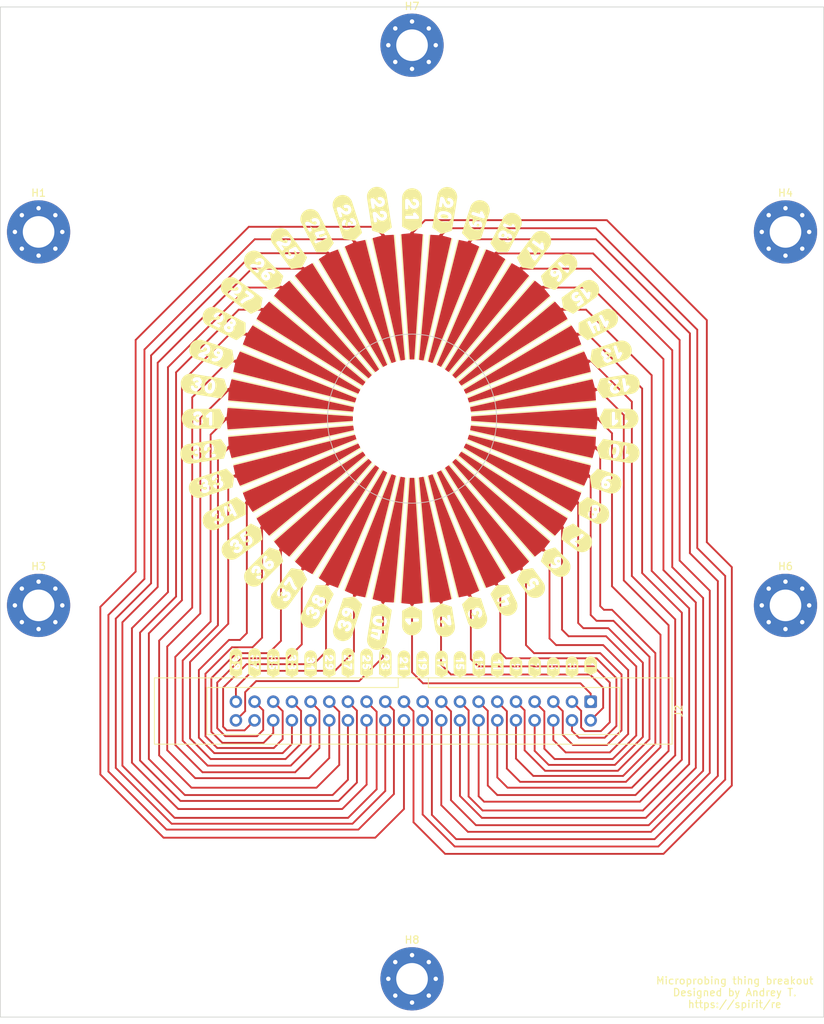
<source format=kicad_pcb>
(kicad_pcb (version 20210126) (generator pcbnew)
  (layers (0 "F.Cu" signal) (31 "B.Cu" signal) (34 "B.Paste" user) (35 "F.Paste" user) (36 "B.SilkS" user "B.Silkscreen") (37 "F.SilkS" user "F.Silkscreen") (38 "B.Mask" user) (39 "F.Mask" user) (44 "Edge.Cuts" user))
  (net 0 "")
  (net 1 "Net-(J1-Pad40)")
  (net 2 "Net-(J1-Pad39)")
  (net 3 "Net-(J1-Pad38)")
  (net 4 "Net-(J1-Pad37)")
  (net 5 "Net-(J1-Pad24)")
  (net 6 "Net-(J1-Pad23)")
  (net 7 "Net-(J1-Pad22)")
  (net 8 "Net-(J1-Pad21)")
  (net 9 "Net-(J1-Pad20)")
  (net 10 "Net-(J1-Pad19)")
  (net 11 "Net-(J1-Pad18)")
  (net 12 "Net-(J1-Pad17)")
  (net 13 "Net-(J1-Pad16)")
  (net 14 "Net-(J1-Pad15)")
  (net 15 "Net-(J1-Pad14)")
  (net 16 "Net-(J1-Pad13)")
  (net 17 "Net-(J1-Pad12)")
  (net 18 "Net-(J1-Pad11)")
  (net 19 "Net-(J1-Pad10)")
  (net 20 "Net-(J1-Pad9)")
  (net 21 "Net-(J1-Pad8)")
  (net 22 "Net-(J1-Pad7)")
  (net 23 "Net-(J1-Pad6)")
  (net 24 "Net-(J1-Pad5)")
  (net 25 "Net-(J1-Pad4)")
  (net 26 "Net-(J1-Pad3)")
  (net 27 "Net-(J1-Pad2)")
  (net 28 "Net-(J1-Pad1)")
  (net 29 "Net-(J1-Pad25)")
  (net 30 "Net-(J1-Pad26)")
  (net 31 "Net-(J1-Pad27)")
  (net 32 "Net-(J1-Pad28)")
  (net 33 "Net-(J1-Pad29)")
  (net 34 "Net-(J1-Pad30)")
  (net 35 "Net-(J1-Pad31)")
  (net 36 "Net-(J1-Pad32)")
  (net 37 "Net-(J1-Pad33)")
  (net 38 "Net-(J1-Pad34)")
  (net 39 "Net-(J1-Pad35)")
  (net 40 "Net-(J1-Pad36)")
  (footprint "simpleprobecard:Pin" (layer "F.Cu") (at 0 0)
    (fp_text reference "J1" hide)
    (fp_text value "NEEDLES" hide)
  )
  (footprint "buzzardLabel" (layer "F.Cu") (at -4.484976 -28.317024 -81)
    (fp_text reference "")
    (fp_text value "")
  )
  (footprint "buzzardLabel" (layer "F.Cu") (at -16.810658 23.137886 54)
    (fp_text reference "")
    (fp_text value "")
  )
  (footprint "buzzardLabel" (layer "F.Cu") (at 8.745181 -26.914899 -108)
    (fp_text reference "")
    (fp_text value "")
  )
  (footprint "buzzardLabel" (layer "F.Cu") (at -12.988668 25.491697 63)
    (fp_text reference "")
    (fp_text value "")
  )
  (footprint "buzzardLabel" (layer "F.Cu") (at 28.12 0 180)
    (fp_text reference "")
    (fp_text value "")
  )
  (footprint "buzzardLabel" (layer "F.Cu") (at 6.52 35.2019 -90)
    (fp_text reference "")
    (fp_text value "")
  )
  (footprint "buzzardLabel" (layer "F.Cu") (at -23.96 35.2019 -90)
    (fp_text reference "")
    (fp_text value "")
  )
  (footprint "buzzardLabel" (layer "F.Cu") (at -28.277517 -4.478719 -9)
    (fp_text reference "")
    (fp_text value "")
  )
  (footprint "MountingHole:MountingHole_4.3mm_M4_Pad_Via" (layer "F.Cu") (at 0 -50.8)
    (fp_text reference "H7")
    (fp_text value "grid")
  )
  (footprint "buzzardLabel" (layer "F.Cu") (at 12.570827 24.649611 117)
    (fp_text reference "")
    (fp_text value "")
  )
  (footprint "buzzardLabel" (layer "F.Cu") (at 16.657834 -22.927542 -126)
    (fp_text reference "")
    (fp_text value "")
  )
  (footprint "buzzardLabel" (layer "F.Cu") (at -25.504977 -13.006658 -27)
    (fp_text reference "")
    (fp_text value "")
  )
  (footprint "buzzardLabel" (layer "F.Cu") (at -8.865697 -27.285811 -72)
    (fp_text reference "")
    (fp_text value "")
  )
  (footprint "buzzardLabel" (layer "F.Cu") (at 0 -28.39 -90)
    (fp_text reference "")
    (fp_text value "")
  )
  (footprint "buzzardLabel" (layer "F.Cu") (at 16.68 35.2019 -90)
    (fp_text reference "")
    (fp_text value "")
  )
  (footprint "MountingHole:MountingHole_4.3mm_M4_Pad_Via" (layer "F.Cu") (at -50.8 25.4)
    (fp_text reference "H3")
    (fp_text value "grid")
  )
  (footprint "buzzardLabel" (layer "F.Cu") (at 28.038907 -4.451051 -171)
    (fp_text reference "")
    (fp_text value "")
  )
  (footprint "buzzardLabel" (layer "F.Cu") (at 27.029026 -8.782263 -162)
    (fp_text reference "")
    (fp_text value "")
  )
  (footprint "buzzardLabel" (layer "F.Cu") (at 22.887091 -16.628445 -144)
    (fp_text reference "")
    (fp_text value "")
  )
  (footprint "buzzardLabel" (layer "F.Cu") (at -18.88 35.2019 -90)
    (fp_text reference "")
    (fp_text value "")
  )
  (footprint "MountingHole:MountingHole_4.3mm_M4_Pad_Via" (layer "F.Cu") (at 50.8 -25.4)
    (fp_text reference "H4")
    (fp_text value "grid")
  )
  (footprint "buzzardLabel" (layer "F.Cu") (at -28.317024 4.484976 9)
    (fp_text reference "")
    (fp_text value "")
  )
  (footprint "buzzardLabel" (layer "F.Cu") (at 1.44 35.2019 -90)
    (fp_text reference "")
    (fp_text value "")
  )
  (footprint "buzzardLabel" (layer "F.Cu") (at 22.401681 16.275774 144)
    (fp_text reference "")
    (fp_text value "")
  )
  (footprint "buzzardLabel" (layer "F.Cu") (at -4.480283 28.287394 81)
    (fp_text reference "")
    (fp_text value "")
  )
  (footprint "buzzardLabel" (layer "F.Cu") (at 19.22 35.2019 -90)
    (fp_text reference "")
    (fp_text value "")
  )
  (footprint "buzzardLabel" (layer "F.Cu") (at 26.312644 8.560011 162)
    (fp_text reference "")
    (fp_text value "")
  )
  (footprint "buzzardLabel" (layer "F.Cu") (at 11.6 35.2019 -90)
    (fp_text reference "")
    (fp_text value "")
  )
  (footprint "buzzardLabel" (layer "F.Cu") (at 25.268945 -12.875171 -153)
    (fp_text reference "")
    (fp_text value "")
  )
  (footprint "buzzardLabel" (layer "F.Cu") (at 4.493289 -28.305583 -99)
    (fp_text reference "")
    (fp_text value "")
  )
  (footprint "buzzardLabel" (layer "F.Cu") (at 4.0132 35.2019 -90)
    (fp_text reference "")
    (fp_text value "")
  )
  (footprint "buzzardLabel" (layer "F.Cu") (at -16.34 35.2019 -90)
    (fp_text reference "")
    (fp_text value "")
  )
  (footprint "buzzardLabel" (layer "F.Cu") (at -3.64 35.2019 -90)
    (fp_text reference "")
    (fp_text value "")
  )
  (footprint "buzzardLabel" (layer "F.Cu") (at -12.988838 -25.514056 -63)
    (fp_text reference "")
    (fp_text value "")
  )
  (footprint "MountingHole:MountingHole_4.3mm_M4_Pad_Via" (layer "F.Cu") (at -50.8 -25.4)
    (fp_text reference "H1")
    (fp_text value "grid")
  )
  (footprint "buzzardLabel" (layer "F.Cu") (at 0 27.46 90)
    (fp_text reference "")
    (fp_text value "")
  )
  (footprint "buzzardLabel" (layer "F.Cu") (at -27.222328 -8.834556 -18)
    (fp_text reference "")
    (fp_text value "")
  )
  (footprint "buzzardLabel" (layer "F.Cu") (at -16.80478 -23.129796 -54)
    (fp_text reference "")
    (fp_text value "")
  )
  (footprint "buzzardLabel" (layer "F.Cu") (at 8.578552 26.369707 108)
    (fp_text reference "")
    (fp_text value "")
  )
  (footprint "buzzardLabel" (layer "F.Cu") (at 14.14 35.2019 -90)
    (fp_text reference "")
    (fp_text value "")
  )
  (footprint "buzzardLabel" (layer "F.Cu") (at -1.1 35.2337 -90)
    (fp_text reference "")
    (fp_text value "")
  )
  (footprint "buzzardLabel" (layer "F.Cu") (at -6.18 35.2019 -90)
    (fp_text reference "")
    (fp_text value "")
  )
  (footprint "buzzardLabel" (layer "F.Cu") (at -11.26 35.2019 -90)
    (fp_text reference "")
    (fp_text value "")
  )
  (footprint "buzzardLabel" (layer "F.Cu") (at -20.223254 -20.223254 -45)
    (fp_text reference "")
    (fp_text value "")
  )
  (footprint "buzzardLabel" (layer "F.Cu") (at 28.020718 4.438046 171)
    (fp_text reference "")
    (fp_text value "")
  )
  (footprint "Connector_IDC:IDC-Header_2x20_P2.54mm_Latch_Vertical" (layer "F.Cu") (at 24.3 38.5 -90)
    (fp_text reference "J2")
    (fp_text value "PINS")
  )
  (footprint "buzzardLabel" (layer "F.Cu") (at -21.42 35.2019 -90)
    (fp_text reference "")
    (fp_text value "")
  )
  (footprint "buzzardLabel" (layer "F.Cu") (at -23.113616 16.793025 36)
    (fp_text reference "")
    (fp_text value "")
  )
  (footprint "buzzardLabel" (layer "F.Cu") (at 9.0932 35.2019 -90)
    (fp_text reference "")
    (fp_text value "")
  )
  (footprint "buzzardLabel" (layer "F.Cu") (at -8.834796 27.190706 72)
    (fp_text reference "")
    (fp_text value "")
  )
  (footprint "buzzardLabel" (layer "F.Cu") (at 20.039407 -20.011122 -135)
    (fp_text reference "")
    (fp_text value "")
  )
  (footprint "buzzardLabel" (layer "F.Cu") (at -28.38 0.01)
    (fp_text reference "")
    (fp_text value "")
  )
  (footprint "buzzardLabel" (layer "F.Cu") (at 19.579787 19.551502 135)
    (fp_text reference "")
    (fp_text value "")
  )
  (footprint "buzzardLabel" (layer "F.Cu") (at -25.500606 12.993208 27)
    (fp_text reference "")
    (fp_text value "")
  )
  (footprint "buzzardLabel" (layer "F.Cu") (at 16.234629 22.345049 126)
    (fp_text reference "")
    (fp_text value "")
  )
  (footprint "buzzardLabel" (layer "F.Cu") (at 4.339492 27.398475 99)
    (fp_text reference "")
    (fp_text value "")
  )
  (footprint "MountingHole:MountingHole_4.3mm_M4_Pad_Via" (layer "F.Cu") (at 50.8 25.4)
    (fp_text reference "H6")
    (fp_text value "grid")
  )
  (footprint "buzzardLabel" (layer "F.Cu") (at 24.667601 12.557547 153)
    (fp_text reference "")
    (fp_text value "")
  )
  (footprint "buzzardLabel" (layer "F.Cu") (at 24.3 34.8637 -90)
    (fp_text reference "")
    (fp_text value "")
  )
  (footprint "buzzardLabel" (layer "F.Cu") (at 21.76 35.2019 -90)
    (fp_text reference "")
    (fp_text value "")
  )
  (footprint "buzzardLabel" (layer "F.Cu") (at -20.216183 20.216183 45)
    (fp_text reference "")
    (fp_text value "")
  )
  (footprint "buzzardLabel" (layer "F.Cu") (at -13.8 35.2019 -90)
    (fp_text reference "")
    (fp_text value "")
  )
  (footprint "buzzardLabel" (layer "F.Cu") (at -23.159945 -16.814324 -36)
    (fp_text reference "")
    (fp_text value "")
  )
  (footprint "buzzardLabel" (layer "F.Cu") (at -8.72 35.2019 -90)
    (fp_text reference "")
    (fp_text value "")
  )
  (footprint "MountingHole:MountingHole_4.3mm_M4_Pad_Via" (layer "F.Cu") (at 0 76.2)
    (fp_text reference "H8")
    (fp_text value "grid")
  )
  (footprint "buzzardLabel" (layer "F.Cu") (at 12.870631 -25.260035 -117)
    (fp_text reference "")
    (fp_text value "")
  )
  (footprint "buzzardLabel" (layer "F.Cu") (at -27.238259 8.850247 18)
    (fp_text reference "")
    (fp_text value "")
  )
  (gr_rect (start -56 -56) (end 56 81.4) (layer "Edge.Cuts") (width 0.1) (fill none))
  (gr_circle (center 0 0) (end 11.5 0) (layer "Edge.Cuts") (width 0.1) (fill none))
  (gr_text "Microprobing thing breakout\nDesigned by Andrey T.\nhttps://spirit/re" (at 43.8912 78.0542) (layer "F.SilkS") (effects (font (size 1 1))))
  (segment (start -21.2 35.7) (end -22.7 37.2) (width 0.25) (layer "F.Cu") (net 1))
  (segment (start -3.945277 32.445277) (end -7.2 35.7) (width 0.25) (layer "F.Cu") (net 1))
  (segment (start -3.945277 24.9095) (end -3.945277 32.445277) (width 0.25) (layer "F.Cu") (net 1))
  (segment (start -22.7 37.2) (end -22.7 39.78) (width 0.25) (layer "F.Cu") (net 1))
  (segment (start -7.2 35.7) (end -21.2 35.7) (width 0.25) (layer "F.Cu") (net 1))
  (segment (start -22.7 39.78) (end -23.96 41.04) (width 0.25) (layer "F.Cu") (net 1))
  (segment (start -7.9 31.7) (end -10.5 34.3) (width 0.25) (layer "F.Cu") (net 2))
  (segment (start -21.7 34.3) (end -23.96 36.56) (width 0.25) (layer "F.Cu") (net 2))
  (segment (start -7.9 24.092236) (end -7.9 31.7) (width 0.25) (layer "F.Cu") (net 2))
  (segment (start -10.5 34.3) (end -21.7 34.3) (width 0.25) (layer "F.Cu") (net 2))
  (segment (start -23.96 36.56) (end -23.96 38.5) (width 0.25) (layer "F.Cu") (net 2))
  (segment (start -7.793409 23.985645) (end -7.9 24.092236) (width 0.25) (layer "F.Cu") (net 2))
  (segment (start -11.7 22.721545) (end -11.7 31.7) (width 0.25) (layer "F.Cu") (net 3))
  (segment (start -25.7 36.6) (end -25.7 41.9) (width 0.25) (layer "F.Cu") (net 3))
  (segment (start -22.78 42.4) (end -21.42 41.04) (width 0.25) (layer "F.Cu") (net 3))
  (segment (start -25.7 41.9) (end -25.45 42.15) (width 0.25) (layer "F.Cu") (net 3))
  (segment (start -25.45 42.15) (end -25.2 42.4) (width 0.25) (layer "F.Cu") (net 3))
  (segment (start -25.2 42.4) (end -22.78 42.4) (width 0.25) (layer "F.Cu") (net 3))
  (segment (start -11.7 31.7) (end -13.4 33.4) (width 0.25) (layer "F.Cu") (net 3))
  (segment (start -22.5 33.4) (end -25.7 36.6) (width 0.25) (layer "F.Cu") (net 3))
  (segment (start -11.44964 22.471185) (end -11.7 22.721545) (width 0.25) (layer "F.Cu") (net 3))
  (segment (start -13.4 33.4) (end -22.5 33.4) (width 0.25) (layer "F.Cu") (net 3))
  (segment (start -21.1 43.2) (end -20.244999 42.344999) (width 0.25) (layer "F.Cu") (net 4))
  (segment (start -14.823944 20.403409) (end -15 20.579465) (width 0.25) (layer "F.Cu") (net 4))
  (segment (start -15 20.579465) (end -15 30.7) (width 0.25) (layer "F.Cu") (net 4))
  (segment (start -26.5 35.9) (end -26.5 42.1) (width 0.25) (layer "F.Cu") (net 4))
  (segment (start -26.5 42.1) (end -25.4 43.2) (width 0.25) (layer "F.Cu") (net 4))
  (segment (start -20.244999 42.344999) (end -20.244999 39.675001) (width 0.25) (layer "F.Cu") (net 4))
  (segment (start -15 30.7) (end -16.9 32.6) (width 0.25) (layer "F.Cu") (net 4))
  (segment (start -25.4 43.2) (end -21.1 43.2) (width 0.25) (layer "F.Cu") (net 4))
  (segment (start -23.2 32.6) (end -26.5 35.9) (width 0.25) (layer "F.Cu") (net 4))
  (segment (start -16.9 32.6) (end -23.2 32.6) (width 0.25) (layer "F.Cu") (net 4))
  (segment (start -20.244999 39.675001) (end -21.42 38.5) (width 0.25) (layer "F.Cu") (net 4))
  (segment (start -8.1 55.1) (end -3.64 50.64) (width 0.25) (layer "F.Cu") (net 5))
  (segment (start -21.6 -22.5) (end -35.5 -8.6) (width 0.25) (layer "F.Cu") (net 5))
  (segment (start -11.44964 -22.471185) (end -11.478455 -22.5) (width 0.25) (layer "F.Cu") (net 5))
  (segment (start -3.64 50.64) (end -3.64 41.04) (width 0.25) (layer "F.Cu") (net 5))
  (segment (start -40.3 27.2) (end -40.3 47.5) (width 0.25) (layer "F.Cu") (net 5))
  (segment (start -40.3 47.5) (end -32.7 55.1) (width 0.25) (layer "F.Cu") (net 5))
  (segment (start -35.5 22.4) (end -40.3 27.2) (width 0.25) (layer "F.Cu") (net 5))
  (segment (start -11.478455 -22.5) (end -21.6 -22.5) (width 0.25) (layer "F.Cu") (net 5))
  (segment (start -35.5 -8.6) (end -35.5 22.4) (width 0.25) (layer "F.Cu") (net 5))
  (segment (start -32.7 55.1) (end -8.1 55.1) (width 0.25) (layer "F.Cu") (net 5))
  (segment (start -41.3 26.7) (end -41.3 48) (width 0.25) (layer "F.Cu") (net 6))
  (segment (start -2.464999 39.675001) (end -2.52 39.62) (width 0.25) (layer "F.Cu") (net 6))
  (segment (start -7.3 55.9) (end -2.464999 51.064999) (width 0.25) (layer "F.Cu") (net 6))
  (segment (start -36.4 -9.4) (end -36.4 21.8) (width 0.25) (layer "F.Cu") (net 6))
  (segment (start -2.464999 51.064999) (end -2.464999 39.675001) (width 0.25) (layer "F.Cu") (net 6))
  (segment (start -21.4 -24.4) (end -36.4 -9.4) (width 0.25) (layer "F.Cu") (net 6))
  (segment (start -36.4 21.8) (end -41.3 26.7) (width 0.25) (layer "F.Cu") (net 6))
  (segment (start -8.207764 -24.4) (end -21.4 -24.4) (width 0.25) (layer "F.Cu") (net 6))
  (segment (start -33.4 55.9) (end -7.3 55.9) (width 0.25) (layer "F.Cu") (net 6))
  (segment (start -7.793409 -23.985645) (end -8.207764 -24.4) (width 0.25) (layer "F.Cu") (net 6))
  (segment (start -2.52 39.62) (end -3.64 38.5) (width 0.25) (layer "F.Cu") (net 6))
  (segment (start -41.3 48) (end -33.4 55.9) (width 0.25) (layer "F.Cu") (net 6))
  (segment (start -33.8 57) (end -5 57) (width 0.25) (layer "F.Cu") (net 7))
  (segment (start -37.6 -10.7) (end -37.6 20.8) (width 0.25) (layer "F.Cu") (net 7))
  (segment (start -42.4 48.4) (end -33.8 57) (width 0.25) (layer "F.Cu") (net 7))
  (segment (start -37.6 20.8) (end -42.4 25.6) (width 0.25) (layer "F.Cu") (net 7))
  (segment (start -42.4 25.6) (end -42.4 48.4) (width 0.25) (layer "F.Cu") (net 7))
  (segment (start -5.135777 -26.1) (end -22.2 -26.1) (width 0.25) (layer "F.Cu") (net 7))
  (segment (start -1.1 53.1) (end -1.1 41.04) (width 0.25) (layer "F.Cu") (net 7))
  (segment (start -22.2 -26.1) (end -37.6 -10.7) (width 0.25) (layer "F.Cu") (net 7))
  (segment (start -5 57) (end -1.1 53.1) (width 0.25) (layer "F.Cu") (net 7))
  (segment (start -3.945277 -24.9095) (end -5.135777 -26.1) (width 0.25) (layer "F.Cu") (net 7))
  (segment (start 0 -25.22) (end 1.78 -27) (width 0.25) (layer "F.Cu") (net 8))
  (segment (start 40.1 16.8) (end 43.5 20.2) (width 0.25) (layer "F.Cu") (net 8))
  (segment (start 4.5 59.2) (end 0.2 54.9) (width 0.25) (layer "F.Cu") (net 8))
  (segment (start 43.5 20.2) (end 43.5 49.9) (width 0.25) (layer "F.Cu") (net 8))
  (segment (start 43.5 49.9) (end 34.2 59.2) (width 0.25) (layer "F.Cu") (net 8))
  (segment (start 26.5 -27) (end 40.1 -13.4) (width 0.25) (layer "F.Cu") (net 8))
  (segment (start 34.2 59.2) (end 4.5 59.2) (width 0.25) (layer "F.Cu") (net 8))
  (segment (start 0.2 39.8) (end -1.1 38.5) (width 0.25) (layer "F.Cu") (net 8))
  (segment (start 1.78 -27) (end 26.5 -27) (width 0.25) (layer "F.Cu") (net 8))
  (segment (start 0.2 54.9) (end 0.2 39.8) (width 0.25) (layer "F.Cu") (net 8))
  (segment (start 40.1 -13.4) (end 40.1 16.8) (width 0.25) (layer "F.Cu") (net 8))
  (segment (start 5.8 58.2) (end 1.44 53.84) (width 0.25) (layer "F.Cu") (net 9))
  (segment (start 42.6 21.4) (end 42.6 49.1) (width 0.25) (layer "F.Cu") (net 9))
  (segment (start 38.8 -12.1) (end 38.8 17.6) (width 0.25) (layer "F.Cu") (net 9))
  (segment (start 4.935777 -25.9) (end 25 -25.9) (width 0.25) (layer "F.Cu") (net 9))
  (segment (start 25 -25.9) (end 38.8 -12.1) (width 0.25) (layer "F.Cu") (net 9))
  (segment (start 3.945277 -24.9095) (end 4.935777 -25.9) (width 0.25) (layer "F.Cu") (net 9))
  (segment (start 33.5 58.2) (end 5.8 58.2) (width 0.25) (layer "F.Cu") (net 9))
  (segment (start 38.8 17.6) (end 42.6 21.4) (width 0.25) (layer "F.Cu") (net 9))
  (segment (start 42.6 49.1) (end 33.5 58.2) (width 0.25) (layer "F.Cu") (net 9))
  (segment (start 1.44 53.84) (end 1.44 41.04) (width 0.25) (layer "F.Cu") (net 9))
  (segment (start 7.793409 -23.985645) (end 8.207764 -24.4) (width 0.25) (layer "F.Cu") (net 10))
  (segment (start 41.6 48.6) (end 33 57.2) (width 0.25) (layer "F.Cu") (net 10))
  (segment (start 33 57.2) (end 6 57.2) (width 0.25) (layer "F.Cu") (net 10))
  (segment (start 41.6 22.1) (end 41.6 48.6) (width 0.25) (layer "F.Cu") (net 10))
  (segment (start 8.207764 -24.4) (end 25 -24.4) (width 0.25) (layer "F.Cu") (net 10))
  (segment (start 2.7 53.9) (end 2.7 39.76) (width 0.25) (layer "F.Cu") (net 10))
  (segment (start 2.7 39.76) (end 1.44 38.5) (width 0.25) (layer "F.Cu") (net 10))
  (segment (start 37.8 18.3) (end 41.6 22.1) (width 0.25) (layer "F.Cu") (net 10))
  (segment (start 25 -24.4) (end 37.8 -11.6) (width 0.25) (layer "F.Cu") (net 10))
  (segment (start 6 57.2) (end 2.7 53.9) (width 0.25) (layer "F.Cu") (net 10))
  (segment (start 37.8 -11.6) (end 37.8 18.3) (width 0.25) (layer "F.Cu") (net 10))
  (segment (start 40.5 48.2) (end 32.5 56.2) (width 0.25) (layer "F.Cu") (net 11))
  (segment (start 7.6 56.2) (end 3.98 52.58) (width 0.25) (layer "F.Cu") (net 11))
  (segment (start 11.44964 -22.471185) (end 24.628815 -22.471185) (width 0.25) (layer "F.Cu") (net 11))
  (segment (start 36.4 -10.7) (end 36.4 19.3) (width 0.25) (layer "F.Cu") (net 11))
  (segment (start 32.5 56.2) (end 7.6 56.2) (width 0.25) (layer "F.Cu") (net 11))
  (segment (start 3.98 52.58) (end 3.98 41.04) (width 0.25) (layer "F.Cu") (net 11))
  (segment (start 36.4 19.3) (end 40.5 23.4) (width 0.25) (layer "F.Cu") (net 11))
  (segment (start 24.628815 -22.471185) (end 36.4 -10.7) (width 0.25) (layer "F.Cu") (net 11))
  (segment (start 40.5 23.4) (end 40.5 48.2) (width 0.25) (layer "F.Cu") (net 11))
  (segment (start 8.7 55.3) (end 5.3 51.9) (width 0.25) (layer "F.Cu") (net 12))
  (segment (start 35.4 20.2) (end 39.6 24.4) (width 0.25) (layer "F.Cu") (net 12))
  (segment (start 5.3 39.82) (end 3.98 38.5) (width 0.25) (layer "F.Cu") (net 12))
  (segment (start 24.296591 -20.403409) (end 35.4 -9.3) (width 0.25) (layer "F.Cu") (net 12))
  (segment (start 5.3 51.9) (end 5.3 39.82) (width 0.25) (layer "F.Cu") (net 12))
  (segment (start 39.6 47.9) (end 32.2 55.3) (width 0.25) (layer "F.Cu") (net 12))
  (segment (start 14.823944 -20.403409) (end 24.296591 -20.403409) (width 0.25) (layer "F.Cu") (net 12))
  (segment (start 32.2 55.3) (end 8.7 55.3) (width 0.25) (layer "F.Cu") (net 12))
  (segment (start 35.4 -9.3) (end 35.4 20.2) (width 0.25) (layer "F.Cu") (net 12))
  (segment (start 39.6 24.4) (end 39.6 47.9) (width 0.25) (layer "F.Cu") (net 12))
  (segment (start 31.8 54.3) (end 9.5 54.3) (width 0.25) (layer "F.Cu") (net 13))
  (segment (start 38.6 25) (end 38.6 47.5) (width 0.25) (layer "F.Cu") (net 13))
  (segment (start 34.2 20.6) (end 38.6 25) (width 0.25) (layer "F.Cu") (net 13))
  (segment (start 9.5 54.3) (end 6.52 51.32) (width 0.25) (layer "F.Cu") (net 13))
  (segment (start 6.52 51.32) (end 6.52 41.04) (width 0.25) (layer "F.Cu") (net 13))
  (segment (start 17.833233 -17.833233) (end 24.466767 -17.833233) (width 0.25) (layer "F.Cu") (net 13))
  (segment (start 38.6 47.5) (end 31.8 54.3) (width 0.25) (layer "F.Cu") (net 13))
  (segment (start 24.466767 -17.833233) (end 34.2 -8.1) (width 0.25) (layer "F.Cu") (net 13))
  (segment (start 34.2 -8.1) (end 34.2 20.6) (width 0.25) (layer "F.Cu") (net 13))
  (segment (start 37.7 25.8) (end 37.7 46.8) (width 0.25) (layer "F.Cu") (net 14))
  (segment (start 7.695001 51.395001) (end 7.695001 39.695001) (width 0.25) (layer "F.Cu") (net 14))
  (segment (start 23.676056 -14.823944) (end 32.6 -5.9) (width 0.25) (layer "F.Cu") (net 14))
  (segment (start 20.403409 -14.823944) (end 23.676056 -14.823944) (width 0.25) (layer "F.Cu") (net 14))
  (segment (start 9.6 53.3) (end 7.695001 51.395001) (width 0.25) (layer "F.Cu") (net 14))
  (segment (start 7.695001 39.695001) (end 6.52 38.52) (width 0.25) (layer "F.Cu") (net 14))
  (segment (start 37.7 46.8) (end 37.7 47) (width 0.25) (layer "F.Cu") (net 14))
  (segment (start 6.52 38.52) (end 6.52 38.5) (width 0.25) (layer "F.Cu") (net 14))
  (segment (start 37.7 47) (end 31.4 53.3) (width 0.25) (layer "F.Cu") (net 14))
  (segment (start 32.6 20.7) (end 37.7 25.8) (width 0.25) (layer "F.Cu") (net 14))
  (segment (start 31.4 53.3) (end 9.6 53.3) (width 0.25) (layer "F.Cu") (net 14))
  (segment (start 32.6 -5.9) (end 32.6 20.7) (width 0.25) (layer "F.Cu") (net 14))
  (segment (start 9.8 52.1) (end 9.06 51.36) (width 0.25) (layer "F.Cu") (net 15))
  (segment (start 31.3 21) (end 36.7 26.4) (width 0.25) (layer "F.Cu") (net 15))
  (segment (start 22.471185 -11.44964) (end 24.05036 -11.44964) (width 0.25) (layer "F.Cu") (net 15))
  (segment (start 31 52.1) (end 9.8 52.1) (width 0.25) (layer "F.Cu") (net 15))
  (segment (start 31.3 -4.1) (end 31.3 21) (width 0.25) (layer "F.Cu") (net 15))
  (segment (start 24.05036 -11.34964) (end 31.3 -4.1) (width 0.25) (layer "F.Cu") (net 15))
  (segment (start 24.05036 -11.44964) (end 24.05036 -11.34964) (width 0.25) (layer "F.Cu") (net 15))
  (segment (start 36.7 46.4) (end 31 52.1) (width 0.25) (layer "F.Cu") (net 15))
  (segment (start 9.06 51.36) (end 9.06 41.04) (width 0.25) (layer "F.Cu") (net 15))
  (segment (start 36.7 26.4) (end 36.7 46.4) (width 0.25) (layer "F.Cu") (net 15))
  (segment (start 23.985645 -7.793409) (end 24.406591 -7.793409) (width 0.25) (layer "F.Cu") (net 16))
  (segment (start 35.8 45.8) (end 30.4 51.2) (width 0.25) (layer "F.Cu") (net 16))
  (segment (start 10.3 49.9) (end 10.3 39.74) (width 0.25) (layer "F.Cu") (net 16))
  (segment (start 11.6 51.2) (end 10.3 49.9) (width 0.25) (layer "F.Cu") (net 16))
  (segment (start 10.3 39.74) (end 9.06 38.5) (width 0.25) (layer "F.Cu") (net 16))
  (segment (start 24.406591 -7.793409) (end 29.9 -2.3) (width 0.25) (layer "F.Cu") (net 16))
  (segment (start 29.9 -2.3) (end 29.9 21.4) (width 0.25) (layer "F.Cu") (net 16))
  (segment (start 35.8 27.3) (end 35.8 45.8) (width 0.25) (layer "F.Cu") (net 16))
  (segment (start 29.9 21.4) (end 35.8 27.3) (width 0.25) (layer "F.Cu") (net 16))
  (segment (start 30.4 51.2) (end 11.6 51.2) (width 0.25) (layer "F.Cu") (net 16))
  (segment (start 28.1 -1.2) (end 28.8 -0.5) (width 0.25) (layer "F.Cu") (net 17))
  (segment (start 28.8 -0.5) (end 28.8 22) (width 0.25) (layer "F.Cu") (net 17))
  (segment (start 11.6 48.8) (end 11.6 41.04) (width 0.25) (layer "F.Cu") (net 17))
  (segment (start 13 50.2) (end 11.6 48.8) (width 0.25) (layer "F.Cu") (net 17))
  (segment (start 13.2 50.2) (end 13 50.2) (width 0.25) (layer "F.Cu") (net 17))
  (segment (start 24.9095 -3.945277) (end 25.354723 -3.945277) (width 0.25) (layer "F.Cu") (net 17))
  (segment (start 29.9 50.2) (end 13.2 50.2) (width 0.25) (layer "F.Cu") (net 17))
  (segment (start 34.9 45.2) (end 29.9 50.2) (width 0.25) (layer "F.Cu") (net 17))
  (segment (start 34.9 28.1) (end 34.9 45.2) (width 0.25) (layer "F.Cu") (net 17))
  (segment (start 25.354723 -3.945277) (end 28.1 -1.2) (width 0.25) (layer "F.Cu") (net 17))
  (segment (start 28.8 22) (end 34.9 28.1) (width 0.25) (layer "F.Cu") (net 17))
  (segment (start 29.1 49.4) (end 14.7 49.4) (width 0.25) (layer "F.Cu") (net 18))
  (segment (start 27.2 22.8) (end 33.8 29.4) (width 0.25) (layer "F.Cu") (net 18))
  (segment (start 33.8 44.7) (end 29.1 49.4) (width 0.25) (layer "F.Cu") (net 18))
  (segment (start 33.8 31.736411) (end 33.8 44.7) (width 0.25) (layer "F.Cu") (net 18))
  (segment (start 12.9 39.8) (end 11.6 38.5) (width 0.25) (layer "F.Cu") (net 18))
  (segment (start 14.7 49.4) (end 12.9 47.6) (width 0.25) (layer "F.Cu") (net 18))
  (segment (start 25.22 0) (end 27.2 1.98) (width 0.25) (layer "F.Cu") (net 18))
  (segment (start 33.8 29.4) (end 33.8 31.736411) (width 0.25) (layer "F.Cu") (net 18))
  (segment (start 12.9 47.6) (end 12.9 39.8) (width 0.25) (layer "F.Cu") (net 18))
  (segment (start 27.2 1.98) (end 27.2 22.8) (width 0.25) (layer "F.Cu") (net 18))
  (segment (start 33.1 44.2) (end 28.7 48.6) (width 0.25) (layer "F.Cu") (net 19))
  (segment (start 25.6 25.5) (end 26.1 26) (width 0.25) (layer "F.Cu") (net 19))
  (segment (start 25.6 4.635777) (end 25.6 25.5) (width 0.25) (layer "F.Cu") (net 19))
  (segment (start 33.1 31.9) (end 33.1 44.2) (width 0.25) (layer "F.Cu") (net 19))
  (segment (start 27.2 26) (end 33.1 31.9) (width 0.25) (layer "F.Cu") (net 19))
  (segment (start 26.1 26) (end 27.2 26) (width 0.25) (layer "F.Cu") (net 19))
  (segment (start 16.5 48.6) (end 14.14 46.24) (width 0.25) (layer "F.Cu") (net 19))
  (segment (start 14.14 46.24) (end 14.14 41.04) (width 0.25) (layer "F.Cu") (net 19))
  (segment (start 28.7 48.6) (end 16.5 48.6) (width 0.25) (layer "F.Cu") (net 19))
  (segment (start 24.9095 3.945277) (end 25.6 4.635777) (width 0.25) (layer "F.Cu") (net 19))
  (segment (start 15.315001 39.675001) (end 15.315001 45.115001) (width 0.25) (layer "F.Cu") (net 20))
  (segment (start 24.3 8.107764) (end 24.3 26.7) (width 0.25) (layer "F.Cu") (net 20))
  (segment (start 15.315001 45.115001) (end 18.1 47.9) (width 0.25) (layer "F.Cu") (net 20))
  (segment (start 32.3 32.4) (end 32.3 43.6) (width 0.25) (layer "F.Cu") (net 20))
  (segment (start 32.3 43.6) (end 28 47.9) (width 0.25) (layer "F.Cu") (net 20))
  (segment (start 18.1 47.9) (end 28 47.9) (width 0.25) (layer "F.Cu") (net 20))
  (segment (start 23.985645 7.793409) (end 24.3 8.107764) (width 0.25) (layer "F.Cu") (net 20))
  (segment (start 25.1 27.5) (end 27.4 27.5) (width 0.25) (layer "F.Cu") (net 20))
  (segment (start 15.315001 39.675001) (end 14.14 38.5) (width 0.25) (layer "F.Cu") (net 20))
  (segment (start 24.3 26.7) (end 25.1 27.5) (width 0.25) (layer "F.Cu") (net 20))
  (segment (start 27.4 27.5) (end 32.3 32.4) (width 0.25) (layer "F.Cu") (net 20))
  (segment (start 31.4 43.3) (end 27.7 47) (width 0.25) (layer "F.Cu") (net 21))
  (segment (start 27.6 47.1) (end 18.6 47.1) (width 0.25) (layer "F.Cu") (net 21))
  (segment (start 31.4 33.2) (end 31.4 43.3) (width 0.25) (layer "F.Cu") (net 21))
  (segment (start 27.7 47) (end 27.6 47.1) (width 0.25) (layer "F.Cu") (net 21))
  (segment (start 22.471185 11.44964) (end 22.6 11.578455) (width 0.25) (layer "F.Cu") (net 21))
  (segment (start 22.6 11.578455) (end 22.6 27.8) (width 0.25) (layer "F.Cu") (net 21))
  (segment (start 23.3 28.5) (end 26.7 28.5) (width 0.25) (layer "F.Cu") (net 21))
  (segment (start 22.6 27.8) (end 23.3 28.5) (width 0.25) (layer "F.Cu") (net 21))
  (segment (start 26.7 28.5) (end 31.4 33.2) (width 0.25) (layer "F.Cu") (net 21))
  (segment (start 16.68 45.18) (end 16.68 41.04) (width 0.25) (layer "F.Cu") (net 21))
  (segment (start 18.6 47.1) (end 16.68 45.18) (width 0.25) (layer "F.Cu") (net 21))
  (segment (start 18 44.9) (end 18 39.82) (width 0.25) (layer "F.Cu") (net 22))
  (segment (start 30.5 33.7) (end 30.5 43.1) (width 0.25) (layer "F.Cu") (net 22))
  (segment (start 26.4 29.6) (end 30.5 33.7) (width 0.25) (layer "F.Cu") (net 22))
  (segment (start 18 39.82) (end 16.68 38.5) (width 0.25) (layer "F.Cu") (net 22))
  (segment (start 20.403409 28.703409) (end 21.3 29.6) (width 0.25) (layer "F.Cu") (net 22))
  (segment (start 19.4 46.3) (end 18 44.9) (width 0.25) (layer "F.Cu") (net 22))
  (segment (start 21.3 29.6) (end 26.4 29.6) (width 0.25) (layer "F.Cu") (net 22))
  (segment (start 27.3 46.3) (end 19.4 46.3) (width 0.25) (layer "F.Cu") (net 22))
  (segment (start 30.5 43.1) (end 27.3 46.3) (width 0.25) (layer "F.Cu") (net 22))
  (segment (start 20.403409 14.823944) (end 20.403409 28.703409) (width 0.25) (layer "F.Cu") (net 22))
  (segment (start 26 30.8) (end 29.4 34.2) (width 0.25) (layer "F.Cu") (net 23))
  (segment (start 29.4 42.9) (end 27.1 45.2) (width 0.25) (layer "F.Cu") (net 23))
  (segment (start 29.4 34.2) (end 29.4 42.9) (width 0.25) (layer "F.Cu") (net 23))
  (segment (start 27.1 45.2) (end 26.9 45.4) (width 0.25) (layer "F.Cu") (net 23))
  (segment (start 17.833233 17.833233) (end 17.933233 17.833233) (width 0.25) (layer "F.Cu") (net 23))
  (segment (start 20.9 45.4) (end 19.22 43.72) (width 0.25) (layer "F.Cu") (net 23))
  (segment (start 19.6 30.8) (end 26 30.8) (width 0.25) (layer "F.Cu") (net 23))
  (segment (start 26.9 45.4) (end 20.9 45.4) (width 0.25) (layer "F.Cu") (net 23))
  (segment (start 18.7 29.9) (end 19.6 30.8) (width 0.25) (layer "F.Cu") (net 23))
  (segment (start 19.22 43.72) (end 19.22 41.04) (width 0.25) (layer "F.Cu") (net 23))
  (segment (start 17.933233 17.833233) (end 18.7 18.6) (width 0.25) (layer "F.Cu") (net 23))
  (segment (start 18.7 18.6) (end 18.7 29.9) (width 0.25) (layer "F.Cu") (net 23))
  (segment (start 20.5 43) (end 20.5 39.78) (width 0.25) (layer "F.Cu") (net 24))
  (segment (start 28.5 42.4) (end 26.5 44.4) (width 0.25) (layer "F.Cu") (net 24))
  (segment (start 15.5 30.8) (end 16.6 31.9) (width 0.25) (layer "F.Cu") (net 24))
  (segment (start 15.5 21.1) (end 15.5 30.8) (width 0.25) (layer "F.Cu") (net 24))
  (segment (start 28.5 34.8) (end 28.5 42.4) (width 0.25) (layer "F.Cu") (net 24))
  (segment (start 21.9 44.4) (end 20.5 43) (width 0.25) (layer "F.Cu") (net 24))
  (segment (start 26.5 44.4) (end 21.9 44.4) (width 0.25) (layer "F.Cu") (net 24))
  (segment (start 25.6 31.9) (end 28.5 34.8) (width 0.25) (layer "F.Cu") (net 24))
  (segment (start 20.5 39.78) (end 19.22 38.5) (width 0.25) (layer "F.Cu") (net 24))
  (segment (start 16.6 31.9) (end 25.6 31.9) (width 0.25) (layer "F.Cu") (net 24))
  (segment (start 14.823944 20.403409) (end 14.823944 20.423944) (width 0.25) (layer "F.Cu") (net 24))
  (segment (start 14.823944 20.423944) (end 15.5 21.1) (width 0.25) (layer "F.Cu") (net 24))
  (segment (start 26.2 43.4) (end 22.7 43.4) (width 0.25) (layer "F.Cu") (net 25))
  (segment (start 12 31.8) (end 12.8 32.6) (width 0.25) (layer "F.Cu") (net 25))
  (segment (start 12.8 32.6) (end 25.1 32.6) (width 0.25) (layer "F.Cu") (net 25))
  (segment (start 22.7 43.4) (end 21.76 42.46) (width 0.25) (layer "F.Cu") (net 25))
  (segment (start 27.8 41.8) (end 26.2 43.4) (width 0.25) (layer "F.Cu") (net 25))
  (segment (start 12 23.021545) (end 12 31.8) (width 0.25) (layer "F.Cu") (net 25))
  (segment (start 21.76 42.46) (end 21.76 41.04) (width 0.25) (layer "F.Cu") (net 25))
  (segment (start 27.8 35.3) (end 27.8 41.8) (width 0.25) (layer "F.Cu") (net 25))
  (segment (start 11.44964 22.471185) (end 12 23.021545) (width 0.25) (layer "F.Cu") (net 25))
  (segment (start 25.1 32.6) (end 27.8 35.3) (width 0.25) (layer "F.Cu") (net 25))
  (segment (start 23.3 42.3) (end 23 42) (width 0.25) (layer "F.Cu") (net 26))
  (segment (start 23 42) (end 23 39.74) (width 0.25) (layer "F.Cu") (net 26))
  (segment (start 23.5 42.5) (end 25.7 42.5) (width 0.25) (layer "F.Cu") (net 26))
  (segment (start 8 32.7) (end 9 33.7) (width 0.25) (layer "F.Cu") (net 26))
  (segment (start 7.793409 23.985645) (end 8 24.192236) (width 0.25) (layer "F.Cu") (net 26))
  (segment (start 23 39.74) (end 21.76 38.5) (width 0.25) (layer "F.Cu") (net 26))
  (segment (start 9 33.7) (end 24.7 33.7) (width 0.25) (layer "F.Cu") (net 26))
  (segment (start 25.7 42.5) (end 26.9 41.3) (width 0.25) (layer "F.Cu") (net 26))
  (segment (start 23.3 42.3) (end 23.5 42.5) (width 0.25) (layer "F.Cu") (net 26))
  (segment (start 24.7 33.7) (end 26.9 35.9) (width 0.25) (layer "F.Cu") (net 26))
  (segment (start 8 24.192236) (end 8 32.7) (width 0.25) (layer "F.Cu") (net 26))
  (segment (start 26.9 41.3) (end 26.9 35.9) (width 0.25) (layer "F.Cu") (net 26))
  (segment (start 3.945277 24.9095) (end 3.945277 33.445277) (width 0.25) (layer "F.Cu") (net 27))
  (segment (start 3.945277 33.445277) (end 5.3 34.8) (width 0.25) (layer "F.Cu") (net 27))
  (segment (start 26 39.34) (end 24.3 41.04) (width 0.25) (layer "F.Cu") (net 27))
  (segment (start 26 36.6) (end 26 39.34) (width 0.25) (layer "F.Cu") (net 27))
  (segment (start 5.3 34.8) (end 24.2 34.8) (width 0.25) (layer "F.Cu") (net 27))
  (segment (start 24.2 34.8) (end 26 36.6) (width 0.25) (layer "F.Cu") (net 27))
  (segment (start 1.5 36) (end 22.9 36) (width 0.25) (layer "F.Cu") (net 28))
  (segment (start 24.3 37.4) (end 24.3 38.5) (width 0.25) (layer "F.Cu") (net 28))
  (segment (start 0 34.5) (end 1.5 36) (width 0.25) (layer "F.Cu") (net 28))
  (segment (start 22.9 36) (end 24.3 37.4) (width 0.25) (layer "F.Cu") (net 28))
  (segment (start 0 25.22) (end 0 34.5) (width 0.25) (layer "F.Cu") (net 28))
  (segment (start -34.6 22.9) (end -39.4 27.7) (width 0.25) (layer "F.Cu") (net 29))
  (segment (start -4.815001 50.415001) (end -4.815001 39.864999) (width 0.25) (layer "F.Cu") (net 29))
  (segment (start -8.7 54.3) (end -4.815001 50.415001) (width 0.25) (layer "F.Cu") (net 29))
  (segment (start -21.796591 -20.403409) (end -34.6 -7.6) (width 0.25) (layer "F.Cu") (net 29))
  (segment (start -32.3 54.3) (end -8.7 54.3) (width 0.25) (layer "F.Cu") (net 29))
  (segment (start -39.4 47.2) (end -32.3 54.3) (width 0.25) (layer "F.Cu") (net 29))
  (segment (start -39.4 27.7) (end -39.4 47.2) (width 0.25) (layer "F.Cu") (net 29))
  (segment (start -14.823944 -20.403409) (end -21.796591 -20.403409) (width 0.25) (layer "F.Cu") (net 29))
  (segment (start -34.6 -7.6) (end -34.6 22.9) (width 0.25) (layer "F.Cu") (net 29))
  (segment (start -4.815001 39.864999) (end -6.18 38.5) (width 0.25) (layer "F.Cu") (net 29))
  (segment (start -33.2 -7) (end -33.2 23.6) (width 0.25) (layer "F.Cu") (net 30))
  (segment (start -31.8 53.1) (end -9.5 53.1) (width 0.25) (layer "F.Cu") (net 30))
  (segment (start -38.1 28.5) (end -38.1 46.8) (width 0.25) (layer "F.Cu") (net 30))
  (segment (start -22.366767 -17.833233) (end -33.2 -7) (width 0.25) (layer "F.Cu") (net 30))
  (segment (start -17.833233 -17.833233) (end -22.366767 -17.833233) (width 0.25) (layer "F.Cu") (net 30))
  (segment (start -38.1 46.8) (end -31.8 53.1) (width 0.25) (layer "F.Cu") (net 30))
  (segment (start -9.5 53.1) (end -6.18 49.78) (width 0.25) (layer "F.Cu") (net 30))
  (segment (start -33.2 23.6) (end -38.1 28.5) (width 0.25) (layer "F.Cu") (net 30))
  (segment (start -6.18 49.78) (end -6.18 41.04) (width 0.25) (layer "F.Cu") (net 30))
  (segment (start -32.1 24.2) (end -37 29.1) (width 0.25) (layer "F.Cu") (net 31))
  (segment (start -10 52) (end -7.5 49.5) (width 0.25) (layer "F.Cu") (net 31))
  (segment (start -7.5 49.5) (end -7.5 39.72) (width 0.25) (layer "F.Cu") (net 31))
  (segment (start -7.5 39.72) (end -8.72 38.5) (width 0.25) (layer "F.Cu") (net 31))
  (segment (start -31.5 52) (end -10 52) (width 0.25) (layer "F.Cu") (net 31))
  (segment (start -37 46.5) (end -31.5 52) (width 0.25) (layer "F.Cu") (net 31))
  (segment (start -37 29.1) (end -37 46.5) (width 0.25) (layer "F.Cu") (net 31))
  (segment (start -32.1 -6.3) (end -32.1 24.2) (width 0.25) (layer "F.Cu") (net 31))
  (segment (start -20.403409 -14.823944) (end -23.576056 -14.823944) (width 0.25) (layer "F.Cu") (net 31))
  (segment (start -23.576056 -14.823944) (end -32.1 -6.3) (width 0.25) (layer "F.Cu") (net 31))
  (segment (start -31.3 -5) (end -31.3 24.7) (width 0.25) (layer "F.Cu") (net 32))
  (segment (start -24.85036 -11.44964) (end -31.3 -5) (width 0.25) (layer "F.Cu") (net 32))
  (segment (start -10.8 51.2) (end -8.72 49.12) (width 0.25) (layer "F.Cu") (net 32))
  (segment (start -31.3 24.7) (end -35.8 29.2) (width 0.25) (layer "F.Cu") (net 32))
  (segment (start -35.8 46.3) (end -30.9 51.2) (width 0.25) (layer "F.Cu") (net 32))
  (segment (start -30.9 51.2) (end -10.8 51.2) (width 0.25) (layer "F.Cu") (net 32))
  (segment (start -35.8 29.2) (end -35.8 46.3) (width 0.25) (layer "F.Cu") (net 32))
  (segment (start -8.72 49.12) (end -8.72 41.04) (width 0.25) (layer "F.Cu") (net 32))
  (segment (start -22.471185 -11.44964) (end -24.85036 -11.44964) (width 0.25) (layer "F.Cu") (net 32))
  (segment (start -13 50.2) (end -9.9 47.1) (width 0.25) (layer "F.Cu") (net 33))
  (segment (start -25.006591 -7.793409) (end -29.9 -2.9) (width 0.25) (layer "F.Cu") (net 33))
  (segment (start -34.4 30.2) (end -34.4 45.8) (width 0.25) (layer "F.Cu") (net 33))
  (segment (start -9.9 47.1) (end -9.9 39.86) (width 0.25) (layer "F.Cu") (net 33))
  (segment (start -29.9 25.7) (end -34.4 30.2) (width 0.25) (layer "F.Cu") (net 33))
  (segment (start -9.9 39.86) (end -11.26 38.5) (width 0.25) (layer "F.Cu") (net 33))
  (segment (start -23.985645 -7.793409) (end -25.006591 -7.793409) (width 0.25) (layer "F.Cu") (net 33))
  (segment (start -34.4 45.8) (end -30 50.2) (width 0.25) (layer "F.Cu") (net 33))
  (segment (start -30 50.2) (end -13 50.2) (width 0.25) (layer "F.Cu") (net 33))
  (segment (start -29.9 -2.9) (end -29.9 25.7) (width 0.25) (layer "F.Cu") (net 33))
  (segment (start -28.8 26.5) (end -33.2 30.9) (width 0.25) (layer "F.Cu") (net 34))
  (segment (start -28.8 -0.054777) (end -28.8 26.5) (width 0.25) (layer "F.Cu") (net 34))
  (segment (start -33.3 31) (end -33.3 45.1) (width 0.25) (layer "F.Cu") (net 34))
  (segment (start -33.3 45.1) (end -29.5 48.9) (width 0.25) (layer "F.Cu") (net 34))
  (segment (start -24.9095 -3.945277) (end -28.8 -0.054777) (width 0.25) (layer "F.Cu") (net 34))
  (segment (start -14 48.9) (end -11.26 46.16) (width 0.25) (layer "F.Cu") (net 34))
  (segment (start -33.2 30.9) (end -33.3 31) (width 0.25) (layer "F.Cu") (net 34))
  (segment (start -29.5 48.9) (end -14 48.9) (width 0.25) (layer "F.Cu") (net 34))
  (segment (start -11.26 46.16) (end -11.26 41.04) (width 0.25) (layer "F.Cu") (net 34))
  (segment (start -32.2 32.4) (end -32.2 44.4) (width 0.25) (layer "F.Cu") (net 35))
  (segment (start -27.4 2.18) (end -27.4 27.6) (width 0.25) (layer "F.Cu") (net 35))
  (segment (start -12.6 44.8) (end -12.6 39.7) (width 0.25) (layer "F.Cu") (net 35))
  (segment (start -27.4 27.6) (end -32.2 32.4) (width 0.25) (layer "F.Cu") (net 35))
  (segment (start -12.6 39.7) (end -13.8 38.5) (width 0.25) (layer "F.Cu") (net 35))
  (segment (start -25.22 0) (end -27.4 2.18) (width 0.25) (layer "F.Cu") (net 35))
  (segment (start -15.9 48.1) (end -12.6 44.8) (width 0.25) (layer "F.Cu") (net 35))
  (segment (start -28.5 48.1) (end -15.9 48.1) (width 0.25) (layer "F.Cu") (net 35))
  (segment (start -32.2 44.4) (end -28.5 48.1) (width 0.25) (layer "F.Cu") (net 35))
  (segment (start -26.4 28.1) (end -31.2 32.9) (width 0.25) (layer "F.Cu") (net 36))
  (segment (start -16.5 47.2) (end -13.8 44.5) (width 0.25) (layer "F.Cu") (net 36))
  (segment (start -13.8 44.5) (end -13.8 41.04) (width 0.25) (layer "F.Cu") (net 36))
  (segment (start -27.8 47.2) (end -16.5 47.2) (width 0.25) (layer "F.Cu") (net 36))
  (segment (start -31.2 32.9) (end -31.2 43.8) (width 0.25) (layer "F.Cu") (net 36))
  (segment (start -26.4 27.9) (end -26.4 28.1) (width 0.25) (layer "F.Cu") (net 36))
  (segment (start -26.4 5.435777) (end -26.4 27.9) (width 0.25) (layer "F.Cu") (net 36))
  (segment (start -24.9095 3.945277) (end -26.4 5.435777) (width 0.25) (layer "F.Cu") (net 36))
  (segment (start -31.2 43.8) (end -27.8 47.2) (width 0.25) (layer "F.Cu") (net 36))
  (segment (start -30.2 43.5) (end -27.4 46.3) (width 0.25) (layer "F.Cu") (net 37))
  (segment (start -23.985645 7.793409) (end -24.293409 7.793409) (width 0.25) (layer "F.Cu") (net 37))
  (segment (start -17.2 46.3) (end -15.1 44.2) (width 0.25) (layer "F.Cu") (net 37))
  (segment (start -25 27.9) (end -30.2 33.1) (width 0.25) (layer "F.Cu") (net 37))
  (segment (start -25 8.5) (end -25 27.9) (width 0.25) (layer "F.Cu") (net 37))
  (segment (start -15.1 44.2) (end -15.1 39.74) (width 0.25) (layer "F.Cu") (net 37))
  (segment (start -24.293409 7.793409) (end -25 8.5) (width 0.25) (layer "F.Cu") (net 37))
  (segment (start -15.1 39.74) (end -16.34 38.5) (width 0.25) (layer "F.Cu") (net 37))
  (segment (start -27.4 46.3) (end -17.2 46.3) (width 0.25) (layer "F.Cu") (net 37))
  (segment (start -30.2 33.1) (end -30.2 43.5) (width 0.25) (layer "F.Cu") (net 37))
  (segment (start -16.34 44.24) (end -16.34 41.04) (width 0.25) (layer "F.Cu") (net 38))
  (segment (start -17.6 45.5) (end -16.34 44.24) (width 0.25) (layer "F.Cu") (net 38))
  (segment (start -29 43.4) (end -26.9 45.5) (width 0.25) (layer "F.Cu") (net 38))
  (segment (start -24.9 30.1) (end -29 34.2) (width 0.25) (layer "F.Cu") (net 38))
  (segment (start -22.471185 29.171185) (end -23.4 30.1) (width 0.25) (layer "F.Cu") (net 38))
  (segment (start -23.4 30.1) (end -24.9 30.1) (width 0.25) (layer "F.Cu") (net 38))
  (segment (start -26.9 45.5) (end -17.6 45.5) (width 0.25) (layer "F.Cu") (net 38))
  (segment (start -29 34.2) (end -29 43.4) (width 0.25) (layer "F.Cu") (net 38))
  (segment (start -22.471185 11.44964) (end -22.471185 29.171185) (width 0.25) (layer "F.Cu") (net 38))
  (segment (start -20.403409 14.823944) (end -20.403409 29.803409) (width 0.25) (layer "F.Cu") (net 39))
  (segment (start -21.7 31.1) (end -24.5 31.1) (width 0.25) (layer "F.Cu") (net 39))
  (segment (start -20.403409 29.803409) (end -21.7 31.1) (width 0.25) (layer "F.Cu") (net 39))
  (segment (start -28.1 34.7) (end -28.1 43.2) (width 0.25) (layer "F.Cu") (net 39))
  (segment (start -17.6 43.6) (end -17.6 39.78) (width 0.25) (layer "F.Cu") (net 39))
  (segment (start -28.1 43.2) (end -26.5 44.8) (width 0.25) (layer "F.Cu") (net 39))
  (segment (start -17.6 39.78) (end -18.88 38.5) (width 0.25) (layer "F.Cu") (net 39))
  (segment (start -26.5 44.8) (end -18.8 44.8) (width 0.25) (layer "F.Cu") (net 39))
  (segment (start -24.5 31.1) (end -28.1 34.7) (width 0.25) (layer "F.Cu") (net 39))
  (segment (start -18.8 44.8) (end -17.6 43.6) (width 0.25) (layer "F.Cu") (net 39))
  (segment (start -17.833233 17.833233) (end -17.833233 30.233233) (width 0.25) (layer "F.Cu") (net 40))
  (segment (start -27.3 42.6) (end -25.8 44.1) (width 0.25) (layer "F.Cu") (net 40))
  (segment (start -17.833233 30.233233) (end -19.5 31.9) (width 0.25) (layer "F.Cu") (net 40))
  (segment (start -23.9 31.9) (end -27.3 35.3) (width 0.25) (layer "F.Cu") (net 40))
  (segment (start -18.88 42.78) (end -18.88 41.04) (width 0.25) (layer "F.Cu") (net 40))
  (segment (start -20.2 44.1) (end -18.88 42.78) (width 0.25) (layer "F.Cu") (net 40))
  (segment (start -25.8 44.1) (end -20.2 44.1) (width 0.25) (layer "F.Cu") (net 40))
  (segment (start -19.5 31.9) (end -23.9 31.9) (width 0.25) (layer "F.Cu") (net 40))
  (segment (start -27.3 35.3) (end -27.3 42.6) (width 0.25) (layer "F.Cu") (net 40))
)
</source>
